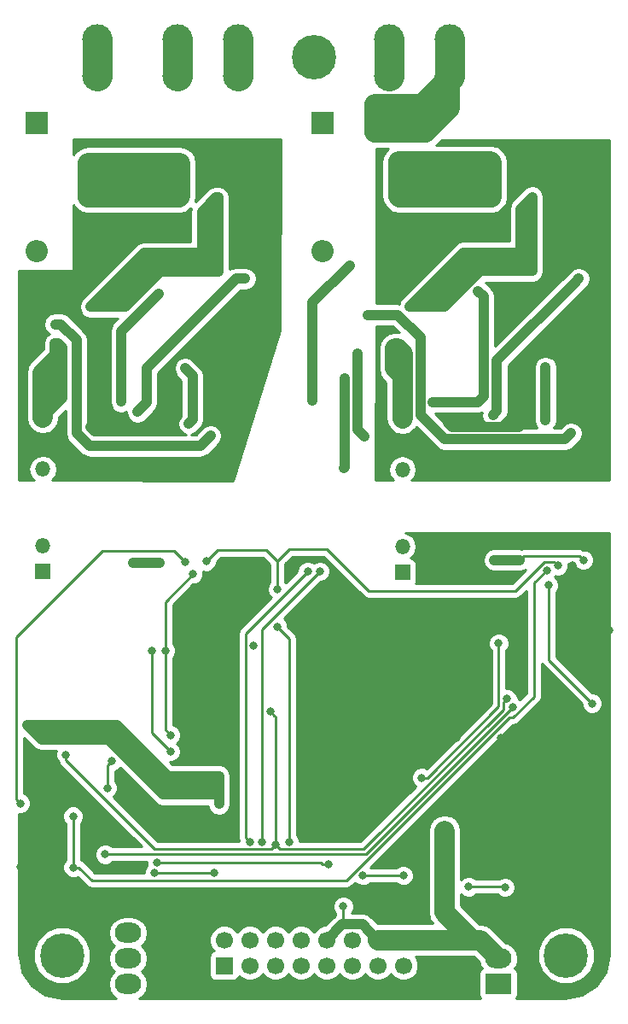
<source format=gbl>
G04 #@! TF.GenerationSoftware,KiCad,Pcbnew,no-vcs-found-9413793~61~ubuntu17.10.1*
G04 #@! TF.CreationDate,2017-12-18T18:39:30-05:00*
G04 #@! TF.ProjectId,ENNOID Dual Gate Driver,454E4E4F4944204475616C2047617465,rev?*
G04 #@! TF.SameCoordinates,Original*
G04 #@! TF.FileFunction,Copper,L2,Bot,Signal*
G04 #@! TF.FilePolarity,Positive*
%FSLAX46Y46*%
G04 Gerber Fmt 4.6, Leading zero omitted, Abs format (unit mm)*
G04 Created by KiCad (PCBNEW no-vcs-found-9413793~61~ubuntu17.10.1) date Mon Dec 18 18:39:30 2017*
%MOMM*%
%LPD*%
G01*
G04 APERTURE LIST*
%ADD10C,0.700000*%
%ADD11C,4.400000*%
%ADD12O,2.200000X2.200000*%
%ADD13R,2.200000X2.200000*%
%ADD14O,2.600000X2.000000*%
%ADD15R,2.600000X2.000000*%
%ADD16C,3.000000*%
%ADD17C,1.700000*%
%ADD18R,1.700000X1.700000*%
%ADD19O,1.500000X1.500000*%
%ADD20R,1.500000X1.500000*%
%ADD21C,0.800000*%
%ADD22C,0.250000*%
%ADD23C,1.000000*%
%ADD24C,2.000000*%
%ADD25C,3.000000*%
%ADD26C,0.254000*%
G04 APERTURE END LIST*
D10*
X31166726Y-2833274D03*
X30000000Y-2350000D03*
X28833274Y-2833274D03*
X28350000Y-4000000D03*
X28833274Y-5166726D03*
X30000000Y-5650000D03*
X31166726Y-5166726D03*
X31650000Y-4000000D03*
D11*
X30000000Y-4000000D03*
D10*
X6166726Y-91833274D03*
X5000000Y-91350000D03*
X3833274Y-91833274D03*
X3350000Y-93000000D03*
X3833274Y-94166726D03*
X5000000Y-94650000D03*
X6166726Y-94166726D03*
X6650000Y-93000000D03*
D11*
X5000000Y-93000000D03*
X55000000Y-93000000D03*
D10*
X56650000Y-93000000D03*
X56166726Y-94166726D03*
X55000000Y-94650000D03*
X53833274Y-94166726D03*
X53350000Y-93000000D03*
X53833274Y-91833274D03*
X55000000Y-91350000D03*
X56166726Y-91833274D03*
D12*
X2463800Y-23228300D03*
D13*
X2463800Y-10528300D03*
X30848360Y-10513060D03*
D12*
X30848360Y-23213060D03*
D14*
X11544300Y-95872300D03*
X11544300Y-93332300D03*
X11544300Y-90792300D03*
D15*
X11544300Y-88252300D03*
D14*
X48298100Y-93306900D03*
D15*
X48298100Y-95846900D03*
D16*
X22500000Y-5830000D03*
X22500000Y-2170000D03*
X8500000Y-5830000D03*
X8500000Y-2170000D03*
X16500000Y-5830000D03*
X16500000Y-2170000D03*
X43500000Y-5830000D03*
X43500000Y-2170000D03*
X37500000Y-2170000D03*
X37500000Y-5830000D03*
D17*
X38887400Y-91478100D03*
X38887400Y-94018100D03*
X36347400Y-91478100D03*
X36347400Y-94018100D03*
X33807400Y-91478100D03*
X33807400Y-94018100D03*
X31267400Y-91478100D03*
X31267400Y-94018100D03*
X28727400Y-91478100D03*
X28727400Y-94018100D03*
X26187400Y-91478100D03*
X26187400Y-94018100D03*
X23647400Y-91478100D03*
X23647400Y-94018100D03*
X21107400Y-91478100D03*
D18*
X21107400Y-94018100D03*
D19*
X3098800Y-39725600D03*
X3098800Y-42265600D03*
X3098800Y-44805600D03*
X3098800Y-52425600D03*
D20*
X3098800Y-54965600D03*
X38785800Y-55003700D03*
D19*
X38785800Y-52463700D03*
X38785800Y-44843700D03*
X38785800Y-42303700D03*
X38785800Y-39763700D03*
D21*
X32918400Y-88138000D03*
X48564800Y-71424800D03*
X44145200Y-71424800D03*
X7823200Y-40589202D03*
X41757600Y-38150800D03*
X16713200Y-14427200D03*
X14884400Y-14427200D03*
X15798800Y-14427200D03*
X12141200Y-14427200D03*
X13970000Y-14427200D03*
X13055600Y-14427200D03*
X10312400Y-14427200D03*
X11226800Y-14427200D03*
X9398000Y-14427200D03*
X8483600Y-14427200D03*
X7569200Y-14427200D03*
X42976800Y-80670400D03*
X33121600Y-78486000D03*
X32258000Y-78943200D03*
X36588700Y-77889100D03*
X32258002Y-77927200D03*
X34594800Y-77914500D03*
X47548800Y-14325600D03*
X46634400Y-14325600D03*
X45720000Y-14325600D03*
X44805600Y-14325600D03*
X43891200Y-14325600D03*
X42976800Y-14325600D03*
X42062400Y-14325600D03*
X41148000Y-14325600D03*
X40182800Y-14325600D03*
X39268400Y-14325600D03*
X38354000Y-14325600D03*
X36017200Y-11430000D03*
X36017200Y-10515600D03*
X36017200Y-9550400D03*
X36017200Y-8636000D03*
X42976800Y-81635600D03*
X42976800Y-82600800D03*
X42976800Y-84531200D03*
X42976800Y-83566000D03*
X33020000Y-35814000D03*
X19405600Y-13817600D03*
X19405600Y-12954000D03*
X18643600Y-14274800D03*
X18643600Y-13411200D03*
X18643600Y-12547600D03*
X16459200Y-39522400D03*
X20523200Y-19608800D03*
X20523200Y-17881600D03*
X50800000Y-13868400D03*
X50800000Y-12954000D03*
X49987200Y-14224000D03*
X49987200Y-13360400D03*
X49987200Y-12496800D03*
X51663600Y-19558000D03*
X51663596Y-17830800D03*
X51663600Y-25146000D03*
X51663600Y-23317200D03*
X38049200Y-34798000D03*
X38049200Y-33832800D03*
X38811200Y-33375600D03*
X38811200Y-34340800D03*
X38049200Y-32867600D03*
X42976800Y-28651200D03*
X42113200Y-28651200D03*
X41249600Y-28651200D03*
X40386000Y-28651200D03*
X39522400Y-28651200D03*
X20523200Y-23368000D03*
X10414000Y-28702000D03*
X20523200Y-25247600D03*
X5029200Y-33629600D03*
X4267200Y-34086800D03*
X4267200Y-32359600D03*
X5029200Y-32766000D03*
X4267200Y-33223200D03*
X11277600Y-28702000D03*
X9550400Y-28702000D03*
X8686800Y-28702000D03*
X20523200Y-24282400D03*
X20523200Y-18745200D03*
X7823200Y-28702000D03*
X10871200Y-38100000D03*
X14579600Y-27432000D03*
X32969200Y-44653200D03*
X43332400Y-40233600D03*
X50139600Y-34747200D03*
X51358800Y-39624000D03*
X51663596Y-18694400D03*
X51663600Y-24231600D03*
X46278800Y-27127200D03*
X46278800Y-38150800D03*
X4318000Y-30429200D03*
X19761200Y-41503600D03*
X31445200Y-83972400D03*
X38862000Y-85090000D03*
X34848800Y-85090000D03*
X45364400Y-86207600D03*
X35306000Y-29514800D03*
X55524400Y-41249600D03*
X34340800Y-33324800D03*
X35001200Y-41554400D03*
X14427696Y-83818114D03*
X15748000Y-72796400D03*
X40690800Y-75387200D03*
X49177940Y-67588157D03*
X26162000Y-82042002D03*
X27533600Y-81737200D03*
X23622000Y-81737200D03*
X24841200Y-81737200D03*
X863600Y-77927200D03*
X17221200Y-54000400D03*
X47879000Y-53822600D03*
X56730900Y-53822600D03*
X50431700Y-53822600D03*
X12065000Y-54063900D03*
X14681200Y-54114700D03*
X23977600Y-62280800D03*
X21894800Y-62230000D03*
X30886402Y-61518800D03*
X29006800Y-61518800D03*
X21805900Y-54978302D03*
X55683113Y-54330326D03*
X13919200Y-62839600D03*
X48340601Y-62064900D03*
X5384800Y-73101200D03*
X25666700Y-68834000D03*
X26403300Y-56718200D03*
X26390600Y-60452000D03*
X54216301Y-54368701D03*
X19306718Y-53950298D03*
X29387800Y-54940200D03*
X30607000Y-54927500D03*
X15240000Y-62788802D03*
X15786100Y-71170800D03*
X17983200Y-55212411D03*
X53104620Y-54833790D03*
X6096000Y-84277200D03*
X6096000Y-79209900D03*
X53296711Y-56308610D03*
X57594500Y-68021200D03*
X29870402Y-37998400D03*
X33528000Y-24587200D03*
X49728540Y-68422940D03*
X9283700Y-82994500D03*
X9499600Y-76403202D03*
X9906000Y-73761600D03*
X12496800Y-39116000D03*
X23164800Y-25908000D03*
X13411200Y-34798000D03*
X17576800Y-40284400D03*
X17221200Y-34798000D03*
X52984402Y-34696400D03*
X52984400Y-39979600D03*
X56286400Y-25908000D03*
X47752000Y-39420800D03*
X48158400Y-34747200D03*
X14173200Y-84785200D03*
X20091400Y-84861400D03*
X48971200Y-86258400D03*
X4318000Y-70154800D03*
X2489200Y-70154800D03*
X1574800Y-70154800D03*
X3403600Y-70154800D03*
X20574000Y-75234800D03*
X20574000Y-76149200D03*
X20574000Y-77063600D03*
X20574000Y-77978000D03*
X59309000Y-60807600D03*
X9118600Y-88442800D03*
X31851600Y-55410100D03*
X57277000Y-60769500D03*
X55346600Y-60794900D03*
X2667000Y-89687400D03*
X4140200Y-84251800D03*
X863600Y-84264500D03*
X55867300Y-87388700D03*
D22*
X32918400Y-88138000D02*
X32918400Y-89814298D01*
X32918400Y-89814298D02*
X32924801Y-89820699D01*
D23*
X14935200Y-41046400D02*
X8280398Y-41046400D01*
X16459200Y-39522400D02*
X14935200Y-41046400D01*
X8280398Y-41046400D02*
X7823200Y-40589202D01*
X46278800Y-38150800D02*
X41757600Y-38150800D01*
X6470791Y-32016306D02*
X4883685Y-30429200D01*
X4883685Y-30429200D02*
X4318000Y-30429200D01*
X6470791Y-41238661D02*
X6470791Y-32016306D01*
X18764391Y-42500409D02*
X7732539Y-42500409D01*
X19761200Y-41503600D02*
X18764391Y-42500409D01*
X7732539Y-42500409D02*
X6470791Y-41238661D01*
D24*
X16611600Y-17830800D02*
X16713200Y-17729200D01*
X14935200Y-17830800D02*
X16611600Y-17830800D01*
X16713200Y-17729200D02*
X16713200Y-14427200D01*
X10769600Y-17830800D02*
X12090400Y-17830800D01*
X9448800Y-17830800D02*
X10769600Y-17830800D01*
X11226800Y-14427200D02*
X11226800Y-17373600D01*
X11226800Y-17373600D02*
X10769600Y-17830800D01*
X13868400Y-17830800D02*
X14935200Y-17830800D01*
X12090400Y-17830800D02*
X13868400Y-17830800D01*
X13970000Y-14427200D02*
X13970000Y-17729200D01*
X13970000Y-17729200D02*
X13868400Y-17830800D01*
X14884400Y-17780000D02*
X14935200Y-17830800D01*
X14884400Y-14427200D02*
X14884400Y-17780000D01*
X12141200Y-17780000D02*
X12090400Y-17830800D01*
X12141200Y-14427200D02*
X12141200Y-17780000D01*
X7569200Y-17830800D02*
X9448800Y-17830800D01*
X9398000Y-14427200D02*
X9398000Y-17780000D01*
X9398000Y-17780000D02*
X9448800Y-17830800D01*
X16713200Y-14427200D02*
X7569200Y-14427200D01*
X7569200Y-14427200D02*
X7569200Y-17830800D01*
X42976800Y-81635600D02*
X42976800Y-80670400D01*
D23*
X46837600Y-37592000D02*
X46837600Y-27686000D01*
X46837600Y-27686000D02*
X46278800Y-27127200D01*
X46278800Y-38150800D02*
X46837600Y-37592000D01*
X35871685Y-29514800D02*
X35306000Y-29514800D01*
X38303200Y-29514800D02*
X35871685Y-29514800D01*
X40557591Y-39409862D02*
X40557591Y-31769191D01*
X40557591Y-31769191D02*
X38303200Y-29514800D01*
X55524400Y-41249600D02*
X54933989Y-41840011D01*
X54933989Y-41840011D02*
X42987740Y-41840011D01*
X42987740Y-41840011D02*
X40557591Y-39409862D01*
D24*
X47599600Y-17830800D02*
X38455600Y-17830800D01*
X47599600Y-16814800D02*
X47599600Y-17830800D01*
X38455600Y-17830800D02*
X38354000Y-17729200D01*
X38354000Y-17729200D02*
X38354000Y-14325600D01*
X38354000Y-16205200D02*
X38963600Y-16814800D01*
X38354000Y-14325600D02*
X38354000Y-16205200D01*
X38963600Y-16814800D02*
X40081200Y-16814800D01*
X38354000Y-14325600D02*
X38354000Y-16103600D01*
X38354000Y-16103600D02*
X38404800Y-16154400D01*
X39268400Y-14325600D02*
X39268400Y-16002000D01*
X39268400Y-16002000D02*
X40081200Y-16814800D01*
X40081200Y-16814800D02*
X41148000Y-16814800D01*
X40182800Y-14325600D02*
X40182800Y-16713200D01*
X40182800Y-16713200D02*
X40081200Y-16814800D01*
X42519600Y-16814800D02*
X43789600Y-16814800D01*
X41148000Y-16814800D02*
X42519600Y-16814800D01*
X42976800Y-16357600D02*
X42519600Y-16814800D01*
X42976800Y-14325600D02*
X42976800Y-16357600D01*
X41148000Y-14325600D02*
X41148000Y-16814800D01*
X43789600Y-16814800D02*
X45720000Y-16814800D01*
X43891200Y-16713200D02*
X43789600Y-16814800D01*
X43891200Y-14325600D02*
X43891200Y-16713200D01*
X45720000Y-16814800D02*
X47599600Y-16814800D01*
X45720000Y-14325600D02*
X45720000Y-16814800D01*
X47599600Y-16814800D02*
X47599600Y-14376400D01*
X47599600Y-14376400D02*
X47548800Y-14325600D01*
X38354000Y-14325600D02*
X43891200Y-14325600D01*
X44805600Y-14325600D02*
X43891200Y-14325600D01*
X45720000Y-14325600D02*
X44805600Y-14325600D01*
X46634400Y-14325600D02*
X45720000Y-14325600D01*
X47548800Y-14325600D02*
X46634400Y-14325600D01*
X43500000Y-7823200D02*
X43500000Y-5830000D01*
X41772800Y-9550400D02*
X43500000Y-7823200D01*
X43500000Y-9006800D02*
X43500000Y-7823200D01*
X36017200Y-9550400D02*
X41772800Y-9550400D01*
X36017200Y-11430000D02*
X36017200Y-8636000D01*
X41097200Y-11430000D02*
X43510200Y-9017000D01*
X36017200Y-11430000D02*
X41097200Y-11430000D01*
X43510200Y-9017000D02*
X43500000Y-9006800D01*
X36017200Y-8636000D02*
X40694000Y-8636000D01*
X40694000Y-8636000D02*
X43500000Y-5830000D01*
D22*
X32924801Y-89820699D02*
X32817401Y-89928099D01*
X42316400Y-85191600D02*
X42976800Y-84531200D01*
D24*
X42976800Y-84531200D02*
X42976800Y-88760300D01*
X42976800Y-88760300D02*
X45694600Y-91478100D01*
X42976800Y-81635600D02*
X42976800Y-84531200D01*
X45770800Y-91401900D02*
X45694600Y-91478100D01*
D25*
X22500000Y-2170000D02*
X22500000Y-5830000D01*
X37500000Y-2170000D02*
X37500000Y-5830000D01*
D23*
X20523200Y-23368000D02*
X20523200Y-25247600D01*
X20523200Y-19608800D02*
X20523200Y-17881600D01*
X20269200Y-17881600D02*
X18897600Y-19253200D01*
X20523200Y-17881600D02*
X20269200Y-17881600D01*
X18897600Y-19253200D02*
X18897600Y-24282400D01*
X18897600Y-24282400D02*
X14833600Y-24282400D01*
X20523200Y-24282400D02*
X18897600Y-24282400D01*
X19710400Y-23368000D02*
X14884400Y-23368000D01*
X20523200Y-23368000D02*
X19710400Y-23368000D01*
X20523200Y-18745200D02*
X19710400Y-19558000D01*
X19710400Y-19558000D02*
X19710400Y-23368000D01*
X20523200Y-19608800D02*
X20523200Y-23368000D01*
X19761200Y-23520400D02*
X20523200Y-24282400D01*
X51663600Y-25146000D02*
X51663600Y-23317200D01*
X51663600Y-19558000D02*
X51663600Y-17830804D01*
X51663600Y-17830804D02*
X51663596Y-17830800D01*
X50495200Y-18999196D02*
X50495200Y-23977600D01*
X50495200Y-23977600D02*
X51663600Y-25146000D01*
X51663596Y-17830800D02*
X50495200Y-18999196D01*
X50850800Y-19507196D02*
X50850800Y-23418800D01*
X50850800Y-23418800D02*
X51663600Y-24231600D01*
X51663596Y-18694400D02*
X50850800Y-19507196D01*
X51663600Y-19558000D02*
X51663600Y-23317200D01*
X39522400Y-28651200D02*
X42976800Y-28651200D01*
X51663600Y-23317200D02*
X44856400Y-23317200D01*
X44856400Y-23317200D02*
X39522400Y-28651200D01*
X51663600Y-23317200D02*
X45720000Y-23317200D01*
X45720000Y-23317200D02*
X40386000Y-28651200D01*
X46482000Y-25146000D02*
X51097915Y-25146000D01*
X51097915Y-25146000D02*
X51663600Y-25146000D01*
X42976800Y-28651200D02*
X46482000Y-25146000D01*
X51663600Y-23317200D02*
X46583600Y-23317200D01*
X46583600Y-23317200D02*
X41249600Y-28651200D01*
X51663600Y-24231600D02*
X46532800Y-24231600D01*
X46532800Y-24231600D02*
X42113200Y-28651200D01*
D24*
X38811200Y-34340800D02*
X38811200Y-39738300D01*
X38811200Y-39738300D02*
X38785800Y-39763700D01*
X38049200Y-32867600D02*
X38303200Y-32867600D01*
X38303200Y-32867600D02*
X38811200Y-33375600D01*
X38811200Y-34340800D02*
X38811200Y-33375600D01*
X38049200Y-34798000D02*
X38354000Y-34798000D01*
X38354000Y-34798000D02*
X38811200Y-34340800D01*
X38049200Y-33832800D02*
X38049200Y-34798000D01*
X38049200Y-32867600D02*
X38049200Y-33832800D01*
X38785800Y-39763700D02*
X38785800Y-35534600D01*
X38785800Y-35534600D02*
X38049200Y-34798000D01*
D23*
X7823200Y-28702000D02*
X9550400Y-28702000D01*
X20523200Y-24282400D02*
X13106400Y-24282400D01*
X13106400Y-24282400D02*
X8686800Y-28702000D01*
X20523200Y-23368000D02*
X13157200Y-23368000D01*
X13157200Y-23368000D02*
X7823200Y-28702000D01*
X9550400Y-28702000D02*
X11277600Y-28702000D01*
X14884400Y-23368000D02*
X9550400Y-28702000D01*
X14833600Y-24282400D02*
X10414000Y-28702000D01*
X20523200Y-25247600D02*
X14732000Y-25247600D01*
X14732000Y-25247600D02*
X11277600Y-28702000D01*
D24*
X3098800Y-39674800D02*
X3098800Y-35255200D01*
X3098800Y-35255200D02*
X4267200Y-34086800D01*
D23*
X5029200Y-33629600D02*
X5029200Y-37744400D01*
X5029200Y-37744400D02*
X3098800Y-39674800D01*
X4267200Y-34086800D02*
X4267200Y-38506400D01*
X4267200Y-38506400D02*
X3098800Y-39674800D01*
X5029200Y-33629600D02*
X4724400Y-33629600D01*
X4724400Y-33629600D02*
X4267200Y-34086800D01*
X4267200Y-33223200D02*
X4267200Y-34086800D01*
X4267200Y-32359600D02*
X4267200Y-33223200D01*
X5029200Y-32766000D02*
X5029200Y-33629600D01*
X4267200Y-32359600D02*
X4622800Y-32359600D01*
X4622800Y-32359600D02*
X5029200Y-32766000D01*
X10871200Y-37534315D02*
X10871200Y-38100000D01*
X10871200Y-31140400D02*
X10871200Y-37534315D01*
X14579600Y-27432000D02*
X10871200Y-31140400D01*
X33020000Y-44602400D02*
X32969200Y-44653200D01*
X33020000Y-35814000D02*
X33020000Y-44602400D01*
X51358800Y-39624000D02*
X50349201Y-40633599D01*
X50349201Y-40633599D02*
X43732399Y-40633599D01*
X43732399Y-40633599D02*
X43332400Y-40233600D01*
X51358800Y-35966400D02*
X50139600Y-34747200D01*
X51358800Y-39624000D02*
X51358800Y-35966400D01*
D22*
X31445200Y-83972400D02*
X30879515Y-83972400D01*
X30879515Y-83972400D02*
X30714415Y-83807300D01*
X30714415Y-83807300D02*
X14438510Y-83807300D01*
X14438510Y-83807300D02*
X14427696Y-83818114D01*
X34848800Y-85090000D02*
X38862000Y-85090000D01*
X45364400Y-86207600D02*
X48920400Y-86207600D01*
D25*
X16500000Y-2170000D02*
X16500000Y-5830000D01*
X43500000Y-2170000D02*
X43500000Y-5830000D01*
D23*
X35001200Y-41554400D02*
X34340800Y-40894000D01*
X34340800Y-40894000D02*
X34340800Y-33324800D01*
D22*
X13919200Y-62839600D02*
X13919200Y-70967600D01*
X15348001Y-72396401D02*
X15748000Y-72796400D01*
X13919200Y-70967600D02*
X15348001Y-72396401D01*
X48340601Y-68346999D02*
X41300400Y-75387200D01*
X41300400Y-75387200D02*
X41046400Y-75387200D01*
X48340601Y-62064900D02*
X48340601Y-68346999D01*
X41046400Y-75387200D02*
X40690800Y-75387200D01*
D25*
X8500000Y-2170000D02*
X8500000Y-5830000D01*
D22*
X26612797Y-82492799D02*
X34925588Y-82492799D01*
X34925588Y-82492799D02*
X48797330Y-68621057D01*
X26162000Y-82042002D02*
X26612797Y-82492799D01*
X48797330Y-68621057D02*
X48797330Y-67968767D01*
X48797330Y-67968767D02*
X49177940Y-67588157D01*
X26162000Y-69329300D02*
X26066699Y-69233999D01*
X26162000Y-82042002D02*
X26162000Y-69329300D01*
X26066699Y-69233999D02*
X25666700Y-68834000D01*
X5384800Y-73666885D02*
X14210714Y-82492799D01*
X25711203Y-82492799D02*
X25762001Y-82442001D01*
X25762001Y-82442001D02*
X26162000Y-82042002D01*
X14210714Y-82492799D02*
X25711203Y-82492799D01*
X5384800Y-73101200D02*
X5384800Y-73666885D01*
X35458400Y-56896000D02*
X31292800Y-52730400D01*
X31292800Y-52730400D02*
X27571700Y-52730400D01*
X49987200Y-56896000D02*
X35458400Y-56896000D01*
X51442606Y-55440594D02*
X49987200Y-56896000D01*
X51442606Y-55422800D02*
X51442606Y-55440594D01*
X26390600Y-60452000D02*
X27533600Y-61595000D01*
X27533600Y-81171515D02*
X27533600Y-81737200D01*
X27533600Y-61595000D02*
X27533600Y-81171515D01*
X23222001Y-81337201D02*
X23622000Y-81737200D01*
X23222001Y-61105999D02*
X23222001Y-81337201D01*
X29387800Y-54940200D02*
X23222001Y-61105999D01*
X24841200Y-60693300D02*
X24841200Y-81171515D01*
X24841200Y-81171515D02*
X24841200Y-81737200D01*
X30607000Y-54927500D02*
X24841200Y-60693300D01*
X463601Y-77527201D02*
X463601Y-61461599D01*
X863600Y-77927200D02*
X463601Y-77527201D01*
X463601Y-61461599D02*
X9042400Y-52882800D01*
X9042400Y-52882800D02*
X16103600Y-52882800D01*
X16103600Y-52882800D02*
X16821201Y-53600401D01*
X16821201Y-53600401D02*
X17221200Y-54000400D01*
D24*
X45720000Y-91503500D02*
X46494700Y-91503500D01*
X46494700Y-91503500D02*
X48298100Y-93306900D01*
X38887400Y-91478100D02*
X45694600Y-91478100D01*
X45694600Y-91478100D02*
X45720000Y-91503500D01*
D23*
X50431700Y-53822600D02*
X47879000Y-53822600D01*
D22*
X50831699Y-53422601D02*
X56330901Y-53422601D01*
X50431700Y-53822600D02*
X50831699Y-53422601D01*
X56330901Y-53422601D02*
X56730900Y-53822600D01*
D24*
X36347400Y-91478100D02*
X38887400Y-91478100D01*
D23*
X31267400Y-91478100D02*
X32817401Y-89928099D01*
X34797399Y-89928099D02*
X35497401Y-90628101D01*
X32817401Y-89928099D02*
X34797399Y-89928099D01*
X35497401Y-90628101D02*
X36347400Y-91478100D01*
X14681200Y-54114700D02*
X12115800Y-54114700D01*
X12115800Y-54114700D02*
X12065000Y-54063900D01*
D22*
X52896704Y-53968702D02*
X53816302Y-53968702D01*
X26390600Y-53911500D02*
X27571700Y-52730400D01*
X51442606Y-55422800D02*
X52896704Y-53968702D01*
X53816302Y-53968702D02*
X54216301Y-54368701D01*
X25260300Y-52781200D02*
X20475816Y-52781200D01*
X26390600Y-53911500D02*
X25260300Y-52781200D01*
X20475816Y-52781200D02*
X19306718Y-53950298D01*
X26403300Y-56718200D02*
X26403300Y-53924200D01*
X26403300Y-53924200D02*
X26390600Y-53911500D01*
X15786100Y-71170800D02*
X15240000Y-70624700D01*
X15240000Y-70624700D02*
X15240000Y-63354487D01*
X15240000Y-63354487D02*
X15240000Y-62788802D01*
X17983200Y-55212411D02*
X15240000Y-57955611D01*
X15240000Y-62223117D02*
X15240000Y-62788802D01*
X15240000Y-57955611D02*
X15240000Y-62223117D01*
X49746791Y-69430009D02*
X51829801Y-67346999D01*
X6096000Y-84277200D02*
X6661685Y-84277200D01*
X33234799Y-85586401D02*
X49391191Y-69430009D01*
X49391191Y-69430009D02*
X49746791Y-69430009D01*
X7970886Y-85586401D02*
X33234799Y-85586401D01*
X6661685Y-84277200D02*
X7970886Y-85586401D01*
X51829801Y-67346999D02*
X51829801Y-66202589D01*
X51829801Y-66202589D02*
X51866800Y-66165590D01*
X51866800Y-66165590D02*
X51866800Y-56071610D01*
X51866800Y-56071610D02*
X53104620Y-54833790D01*
X6096000Y-79209900D02*
X6096000Y-84277200D01*
X53296711Y-56874295D02*
X53296711Y-56308610D01*
X57594500Y-68021200D02*
X53296711Y-63723411D01*
X53296711Y-63723411D02*
X53296711Y-56874295D01*
D23*
X29870402Y-28244798D02*
X29870402Y-37432715D01*
X29870402Y-37432715D02*
X29870402Y-37998400D01*
X33528000Y-24587200D02*
X29870402Y-28244798D01*
D22*
X9283700Y-82994500D02*
X35156980Y-82994500D01*
X49328541Y-68822939D02*
X49728540Y-68422940D01*
X35156980Y-82994500D02*
X49328541Y-68822939D01*
X9499600Y-74168000D02*
X9499600Y-75837517D01*
X9499600Y-75837517D02*
X9499600Y-76403202D01*
X9906000Y-73761600D02*
X9499600Y-74168000D01*
D23*
X22301200Y-25908000D02*
X23164800Y-25908000D01*
X13411200Y-34798000D02*
X22301200Y-25908000D01*
X13411200Y-34798000D02*
X13411200Y-38201600D01*
X12896799Y-38716001D02*
X12496800Y-39116000D01*
X13411200Y-38201600D02*
X12896799Y-38716001D01*
X17976799Y-39884401D02*
X17576800Y-40284400D01*
X17221200Y-34798000D02*
X17976799Y-35553599D01*
X17976799Y-35553599D02*
X17976799Y-39884401D01*
X52984400Y-34696402D02*
X52984402Y-34696400D01*
X52984400Y-39979600D02*
X52984400Y-34696402D01*
X48158400Y-34036000D02*
X55886401Y-26307999D01*
X48158400Y-34747200D02*
X48158400Y-34036000D01*
X55886401Y-26307999D02*
X56286400Y-25908000D01*
X48158400Y-39014400D02*
X47752000Y-39420800D01*
X48158400Y-34747200D02*
X48158400Y-39014400D01*
D22*
X20091400Y-84861400D02*
X14249400Y-84861400D01*
X14249400Y-84861400D02*
X14173200Y-84785200D01*
X48920400Y-86207600D02*
X48971200Y-86258400D01*
D23*
X20574000Y-77063600D02*
X15036800Y-77063600D01*
X15036800Y-77063600D02*
X9956800Y-71983600D01*
X9956800Y-71983600D02*
X9398000Y-71424800D01*
X2997200Y-71577200D02*
X9550400Y-71577200D01*
X9550400Y-71577200D02*
X9956800Y-71983600D01*
X1574800Y-70154800D02*
X2997200Y-71577200D01*
X8839200Y-71424800D02*
X4673600Y-71424800D01*
X9398000Y-71424800D02*
X8839200Y-71424800D01*
X2489200Y-70154800D02*
X3759200Y-71424800D01*
X3759200Y-71424800D02*
X8839200Y-71424800D01*
X4673600Y-71424800D02*
X3403600Y-70154800D01*
X4318000Y-70720485D02*
X4565115Y-70967600D01*
X15240000Y-76149200D02*
X20574000Y-76149200D01*
X4318000Y-70154800D02*
X4318000Y-70720485D01*
X4565115Y-70967600D02*
X10058400Y-70967600D01*
X10058400Y-70967600D02*
X15240000Y-76149200D01*
X2489200Y-70154800D02*
X4318000Y-70154800D01*
X2489200Y-70154800D02*
X1574800Y-70154800D01*
X15494000Y-75234800D02*
X10414000Y-70154800D01*
X10414000Y-70154800D02*
X4318000Y-70154800D01*
X20574000Y-75234800D02*
X15494000Y-75234800D01*
X20574000Y-77978000D02*
X20574000Y-75234800D01*
D26*
G36*
X59265000Y-92927610D02*
X58927043Y-94626634D01*
X58005629Y-96005629D01*
X56626634Y-96927043D01*
X54927610Y-97265000D01*
X50082442Y-97265000D01*
X50196257Y-97094665D01*
X50245540Y-96846900D01*
X50245540Y-94846900D01*
X50196257Y-94599135D01*
X50055909Y-94389091D01*
X49907698Y-94290059D01*
X50146552Y-93932587D01*
X50220377Y-93561442D01*
X52164509Y-93561442D01*
X52595202Y-94603801D01*
X53392005Y-95401995D01*
X54433610Y-95834507D01*
X55561442Y-95835491D01*
X56603801Y-95404798D01*
X57401995Y-94607995D01*
X57834507Y-93566390D01*
X57835491Y-92438558D01*
X57404798Y-91396199D01*
X56607995Y-90598005D01*
X55566390Y-90165493D01*
X54438558Y-90164509D01*
X53396199Y-90595202D01*
X52598005Y-91392005D01*
X52165493Y-92433610D01*
X52164509Y-93561442D01*
X50220377Y-93561442D01*
X50271009Y-93306900D01*
X50146552Y-92681213D01*
X49792129Y-92150780D01*
X49261696Y-91796357D01*
X49059596Y-91756157D01*
X47650820Y-90347380D01*
X47120388Y-89992957D01*
X46494700Y-89868499D01*
X46494695Y-89868500D01*
X46397239Y-89868500D01*
X44611800Y-88083060D01*
X44611800Y-86918676D01*
X44777354Y-87084519D01*
X45157623Y-87242420D01*
X45569371Y-87242779D01*
X45949915Y-87085542D01*
X46068063Y-86967600D01*
X48216727Y-86967600D01*
X48384154Y-87135319D01*
X48764423Y-87293220D01*
X49176171Y-87293579D01*
X49556715Y-87136342D01*
X49848119Y-86845446D01*
X50006020Y-86465177D01*
X50006379Y-86053429D01*
X49849142Y-85672885D01*
X49558246Y-85381481D01*
X49177977Y-85223580D01*
X48766229Y-85223221D01*
X48385685Y-85380458D01*
X48318426Y-85447600D01*
X46068161Y-85447600D01*
X45951446Y-85330681D01*
X45571177Y-85172780D01*
X45159429Y-85172421D01*
X44778885Y-85329658D01*
X44611800Y-85496452D01*
X44611800Y-80670400D01*
X44487343Y-80044713D01*
X44132920Y-79514280D01*
X43602487Y-79159857D01*
X42976800Y-79035400D01*
X42351113Y-79159857D01*
X41820680Y-79514280D01*
X41466257Y-80044713D01*
X41341800Y-80670400D01*
X41341800Y-88760295D01*
X41341799Y-88760300D01*
X41466257Y-89385988D01*
X41771689Y-89843100D01*
X36347400Y-89843100D01*
X36322487Y-89848055D01*
X35599965Y-89125533D01*
X35493354Y-89054298D01*
X35231745Y-88879496D01*
X34797399Y-88793099D01*
X33727147Y-88793099D01*
X33795319Y-88725046D01*
X33953220Y-88344777D01*
X33953579Y-87933029D01*
X33796342Y-87552485D01*
X33505446Y-87261081D01*
X33125177Y-87103180D01*
X32713429Y-87102821D01*
X32332885Y-87260058D01*
X32041481Y-87550954D01*
X31883580Y-87931223D01*
X31883221Y-88342971D01*
X32040458Y-88723515D01*
X32158400Y-88841663D01*
X32158400Y-89029605D01*
X32014834Y-89125533D01*
X31147373Y-89992995D01*
X30973311Y-89992843D01*
X30427314Y-90218444D01*
X30009212Y-90635817D01*
X29997652Y-90663657D01*
X29987056Y-90638014D01*
X29569683Y-90219912D01*
X29024081Y-89993358D01*
X28433311Y-89992843D01*
X27887314Y-90218444D01*
X27469212Y-90635817D01*
X27457652Y-90663657D01*
X27447056Y-90638014D01*
X27029683Y-90219912D01*
X26484081Y-89993358D01*
X25893311Y-89992843D01*
X25347314Y-90218444D01*
X24929212Y-90635817D01*
X24917652Y-90663657D01*
X24907056Y-90638014D01*
X24489683Y-90219912D01*
X23944081Y-89993358D01*
X23353311Y-89992843D01*
X22807314Y-90218444D01*
X22389212Y-90635817D01*
X22377652Y-90663657D01*
X22367056Y-90638014D01*
X21949683Y-90219912D01*
X21404081Y-89993358D01*
X20813311Y-89992843D01*
X20267314Y-90218444D01*
X19849212Y-90635817D01*
X19622658Y-91181419D01*
X19622143Y-91772189D01*
X19847744Y-92318186D01*
X20084247Y-92555102D01*
X20009635Y-92569943D01*
X19799591Y-92710291D01*
X19659243Y-92920335D01*
X19609960Y-93168100D01*
X19609960Y-94868100D01*
X19659243Y-95115865D01*
X19799591Y-95325909D01*
X20009635Y-95466257D01*
X20257400Y-95515540D01*
X21957400Y-95515540D01*
X22205165Y-95466257D01*
X22415209Y-95325909D01*
X22555557Y-95115865D01*
X22570414Y-95041175D01*
X22805117Y-95276288D01*
X23350719Y-95502842D01*
X23941489Y-95503357D01*
X24487486Y-95277756D01*
X24905588Y-94860383D01*
X24917148Y-94832543D01*
X24927744Y-94858186D01*
X25345117Y-95276288D01*
X25890719Y-95502842D01*
X26481489Y-95503357D01*
X27027486Y-95277756D01*
X27445588Y-94860383D01*
X27457148Y-94832543D01*
X27467744Y-94858186D01*
X27885117Y-95276288D01*
X28430719Y-95502842D01*
X29021489Y-95503357D01*
X29567486Y-95277756D01*
X29985588Y-94860383D01*
X29997148Y-94832543D01*
X30007744Y-94858186D01*
X30425117Y-95276288D01*
X30970719Y-95502842D01*
X31561489Y-95503357D01*
X32107486Y-95277756D01*
X32525588Y-94860383D01*
X32537148Y-94832543D01*
X32547744Y-94858186D01*
X32965117Y-95276288D01*
X33510719Y-95502842D01*
X34101489Y-95503357D01*
X34647486Y-95277756D01*
X35065588Y-94860383D01*
X35077148Y-94832543D01*
X35087744Y-94858186D01*
X35505117Y-95276288D01*
X36050719Y-95502842D01*
X36641489Y-95503357D01*
X37187486Y-95277756D01*
X37605588Y-94860383D01*
X37617148Y-94832543D01*
X37627744Y-94858186D01*
X38045117Y-95276288D01*
X38590719Y-95502842D01*
X39181489Y-95503357D01*
X39727486Y-95277756D01*
X40145588Y-94860383D01*
X40372142Y-94314781D01*
X40372657Y-93724011D01*
X40147056Y-93178014D01*
X40082255Y-93113100D01*
X45592301Y-93113100D01*
X45720000Y-93138501D01*
X45720005Y-93138500D01*
X45817460Y-93138500D01*
X46409448Y-93730487D01*
X46449648Y-93932587D01*
X46688502Y-94290059D01*
X46540291Y-94389091D01*
X46399943Y-94599135D01*
X46350660Y-94846900D01*
X46350660Y-96846900D01*
X46399943Y-97094665D01*
X46513758Y-97265000D01*
X12684261Y-97265000D01*
X13038329Y-97028420D01*
X13392752Y-96497987D01*
X13517209Y-95872300D01*
X13392752Y-95246613D01*
X13038329Y-94716180D01*
X12867895Y-94602300D01*
X13038329Y-94488420D01*
X13392752Y-93957987D01*
X13517209Y-93332300D01*
X13392752Y-92706613D01*
X13038329Y-92176180D01*
X12867895Y-92062300D01*
X13038329Y-91948420D01*
X13392752Y-91417987D01*
X13517209Y-90792300D01*
X13392752Y-90166613D01*
X13038329Y-89636180D01*
X12507896Y-89281757D01*
X11882209Y-89157300D01*
X11206391Y-89157300D01*
X10580704Y-89281757D01*
X10050271Y-89636180D01*
X9695848Y-90166613D01*
X9571391Y-90792300D01*
X9695848Y-91417987D01*
X10050271Y-91948420D01*
X10220705Y-92062300D01*
X10050271Y-92176180D01*
X9695848Y-92706613D01*
X9571391Y-93332300D01*
X9695848Y-93957987D01*
X10050271Y-94488420D01*
X10220705Y-94602300D01*
X10050271Y-94716180D01*
X9695848Y-95246613D01*
X9571391Y-95872300D01*
X9695848Y-96497987D01*
X10050271Y-97028420D01*
X10404339Y-97265000D01*
X5072390Y-97265000D01*
X3373366Y-96927043D01*
X1994371Y-96005629D01*
X1072957Y-94626634D01*
X861078Y-93561442D01*
X2164509Y-93561442D01*
X2595202Y-94603801D01*
X3392005Y-95401995D01*
X4433610Y-95834507D01*
X5561442Y-95835491D01*
X6603801Y-95404798D01*
X7401995Y-94607995D01*
X7834507Y-93566390D01*
X7835491Y-92438558D01*
X7404798Y-91396199D01*
X6607995Y-90598005D01*
X5566390Y-90165493D01*
X4438558Y-90164509D01*
X3396199Y-90595202D01*
X2598005Y-91392005D01*
X2165493Y-92433610D01*
X2164509Y-93561442D01*
X861078Y-93561442D01*
X735000Y-92927610D01*
X735000Y-78962088D01*
X1068571Y-78962379D01*
X1449115Y-78805142D01*
X1740519Y-78514246D01*
X1898420Y-78133977D01*
X1898779Y-77722229D01*
X1741542Y-77341685D01*
X1450646Y-77050281D01*
X1223601Y-76956004D01*
X1223601Y-71408733D01*
X2194634Y-72379766D01*
X2562854Y-72625803D01*
X2997200Y-72712200D01*
X4425645Y-72712200D01*
X4349980Y-72894423D01*
X4349621Y-73306171D01*
X4506858Y-73686715D01*
X4659076Y-73839198D01*
X4682652Y-73957724D01*
X4847399Y-74204286D01*
X12877613Y-82234500D01*
X9987461Y-82234500D01*
X9870746Y-82117581D01*
X9490477Y-81959680D01*
X9078729Y-81959321D01*
X8698185Y-82116558D01*
X8406781Y-82407454D01*
X8248880Y-82787723D01*
X8248521Y-83199471D01*
X8405758Y-83580015D01*
X8696654Y-83871419D01*
X9076923Y-84029320D01*
X9488671Y-84029679D01*
X9869215Y-83872442D01*
X9987363Y-83754500D01*
X13392751Y-83754500D01*
X13392517Y-84023085D01*
X13415627Y-84079016D01*
X13296281Y-84198154D01*
X13138380Y-84578423D01*
X13138164Y-84826401D01*
X8285688Y-84826401D01*
X7199086Y-83739799D01*
X6952524Y-83575052D01*
X6856000Y-83555852D01*
X6856000Y-79913661D01*
X6972919Y-79796946D01*
X7130820Y-79416677D01*
X7131179Y-79004929D01*
X6973942Y-78624385D01*
X6683046Y-78332981D01*
X6302777Y-78175080D01*
X5891029Y-78174721D01*
X5510485Y-78331958D01*
X5219081Y-78622854D01*
X5061180Y-79003123D01*
X5060821Y-79414871D01*
X5218058Y-79795415D01*
X5336000Y-79913563D01*
X5336000Y-83573439D01*
X5219081Y-83690154D01*
X5061180Y-84070423D01*
X5060821Y-84482171D01*
X5218058Y-84862715D01*
X5508954Y-85154119D01*
X5889223Y-85312020D01*
X6300971Y-85312379D01*
X6528181Y-85218498D01*
X7433485Y-86123802D01*
X7680047Y-86288549D01*
X7970886Y-86346401D01*
X33234799Y-86346401D01*
X33525638Y-86288549D01*
X33772200Y-86123802D01*
X34095564Y-85800438D01*
X34261754Y-85966919D01*
X34642023Y-86124820D01*
X35053771Y-86125179D01*
X35434315Y-85967942D01*
X35552463Y-85850000D01*
X38158239Y-85850000D01*
X38274954Y-85966919D01*
X38655223Y-86124820D01*
X39066971Y-86125179D01*
X39447515Y-85967942D01*
X39738919Y-85677046D01*
X39896820Y-85296777D01*
X39897179Y-84885029D01*
X39739942Y-84504485D01*
X39449046Y-84213081D01*
X39068777Y-84055180D01*
X38657029Y-84054821D01*
X38276485Y-84212058D01*
X38158337Y-84330000D01*
X35566002Y-84330000D01*
X49705993Y-70190009D01*
X49746791Y-70190009D01*
X50037630Y-70132157D01*
X50284192Y-69967410D01*
X52367202Y-67884400D01*
X52531949Y-67637838D01*
X52589801Y-67346999D01*
X52589801Y-66351595D01*
X52626800Y-66165590D01*
X52626800Y-64062496D01*
X52759310Y-64260812D01*
X56559465Y-68060968D01*
X56559321Y-68226171D01*
X56716558Y-68606715D01*
X57007454Y-68898119D01*
X57387723Y-69056020D01*
X57799471Y-69056379D01*
X58180015Y-68899142D01*
X58471419Y-68608246D01*
X58629320Y-68227977D01*
X58629679Y-67816229D01*
X58472442Y-67435685D01*
X58181546Y-67144281D01*
X57801277Y-66986380D01*
X57634337Y-66986234D01*
X54056711Y-63408609D01*
X54056711Y-57012371D01*
X54173630Y-56895656D01*
X54331531Y-56515387D01*
X54331890Y-56103639D01*
X54174653Y-55723095D01*
X53927135Y-55475145D01*
X53981539Y-55420836D01*
X53991787Y-55396156D01*
X54009524Y-55403521D01*
X54421272Y-55403880D01*
X54801816Y-55246643D01*
X55093220Y-54955747D01*
X55251121Y-54575478D01*
X55251464Y-54182601D01*
X55759778Y-54182601D01*
X55852958Y-54408115D01*
X56143854Y-54699519D01*
X56524123Y-54857420D01*
X56935871Y-54857779D01*
X57316415Y-54700542D01*
X57607819Y-54409646D01*
X57765720Y-54029377D01*
X57766079Y-53617629D01*
X57608842Y-53237085D01*
X57317946Y-52945681D01*
X56937677Y-52787780D01*
X56722221Y-52787592D01*
X56621740Y-52720453D01*
X56330901Y-52662601D01*
X50831699Y-52662601D01*
X50568861Y-52714883D01*
X50431700Y-52687600D01*
X47879000Y-52687600D01*
X47444654Y-52773997D01*
X47076434Y-53020034D01*
X46830397Y-53388254D01*
X46744000Y-53822600D01*
X46830397Y-54256946D01*
X47076434Y-54625166D01*
X47444654Y-54871203D01*
X47879000Y-54957600D01*
X50431700Y-54957600D01*
X50866046Y-54871203D01*
X51026841Y-54763763D01*
X50905205Y-54885399D01*
X50869374Y-54939024D01*
X49672398Y-56136000D01*
X40044063Y-56136000D01*
X40133957Y-56001465D01*
X40183240Y-55753700D01*
X40183240Y-54253700D01*
X40133957Y-54005935D01*
X39993609Y-53795891D01*
X39783565Y-53655543D01*
X39545206Y-53608131D01*
X39792277Y-53443043D01*
X40092507Y-52993717D01*
X40197934Y-52463700D01*
X40092507Y-51933683D01*
X39792277Y-51484357D01*
X39342951Y-51184127D01*
X39071842Y-51130200D01*
X59265000Y-51130200D01*
X59265000Y-92927610D01*
X59265000Y-92927610D01*
G37*
X59265000Y-92927610D02*
X58927043Y-94626634D01*
X58005629Y-96005629D01*
X56626634Y-96927043D01*
X54927610Y-97265000D01*
X50082442Y-97265000D01*
X50196257Y-97094665D01*
X50245540Y-96846900D01*
X50245540Y-94846900D01*
X50196257Y-94599135D01*
X50055909Y-94389091D01*
X49907698Y-94290059D01*
X50146552Y-93932587D01*
X50220377Y-93561442D01*
X52164509Y-93561442D01*
X52595202Y-94603801D01*
X53392005Y-95401995D01*
X54433610Y-95834507D01*
X55561442Y-95835491D01*
X56603801Y-95404798D01*
X57401995Y-94607995D01*
X57834507Y-93566390D01*
X57835491Y-92438558D01*
X57404798Y-91396199D01*
X56607995Y-90598005D01*
X55566390Y-90165493D01*
X54438558Y-90164509D01*
X53396199Y-90595202D01*
X52598005Y-91392005D01*
X52165493Y-92433610D01*
X52164509Y-93561442D01*
X50220377Y-93561442D01*
X50271009Y-93306900D01*
X50146552Y-92681213D01*
X49792129Y-92150780D01*
X49261696Y-91796357D01*
X49059596Y-91756157D01*
X47650820Y-90347380D01*
X47120388Y-89992957D01*
X46494700Y-89868499D01*
X46494695Y-89868500D01*
X46397239Y-89868500D01*
X44611800Y-88083060D01*
X44611800Y-86918676D01*
X44777354Y-87084519D01*
X45157623Y-87242420D01*
X45569371Y-87242779D01*
X45949915Y-87085542D01*
X46068063Y-86967600D01*
X48216727Y-86967600D01*
X48384154Y-87135319D01*
X48764423Y-87293220D01*
X49176171Y-87293579D01*
X49556715Y-87136342D01*
X49848119Y-86845446D01*
X50006020Y-86465177D01*
X50006379Y-86053429D01*
X49849142Y-85672885D01*
X49558246Y-85381481D01*
X49177977Y-85223580D01*
X48766229Y-85223221D01*
X48385685Y-85380458D01*
X48318426Y-85447600D01*
X46068161Y-85447600D01*
X45951446Y-85330681D01*
X45571177Y-85172780D01*
X45159429Y-85172421D01*
X44778885Y-85329658D01*
X44611800Y-85496452D01*
X44611800Y-80670400D01*
X44487343Y-80044713D01*
X44132920Y-79514280D01*
X43602487Y-79159857D01*
X42976800Y-79035400D01*
X42351113Y-79159857D01*
X41820680Y-79514280D01*
X41466257Y-80044713D01*
X41341800Y-80670400D01*
X41341800Y-88760295D01*
X41341799Y-88760300D01*
X41466257Y-89385988D01*
X41771689Y-89843100D01*
X36347400Y-89843100D01*
X36322487Y-89848055D01*
X35599965Y-89125533D01*
X35493354Y-89054298D01*
X35231745Y-88879496D01*
X34797399Y-88793099D01*
X33727147Y-88793099D01*
X33795319Y-88725046D01*
X33953220Y-88344777D01*
X33953579Y-87933029D01*
X33796342Y-87552485D01*
X33505446Y-87261081D01*
X33125177Y-87103180D01*
X32713429Y-87102821D01*
X32332885Y-87260058D01*
X32041481Y-87550954D01*
X31883580Y-87931223D01*
X31883221Y-88342971D01*
X32040458Y-88723515D01*
X32158400Y-88841663D01*
X32158400Y-89029605D01*
X32014834Y-89125533D01*
X31147373Y-89992995D01*
X30973311Y-89992843D01*
X30427314Y-90218444D01*
X30009212Y-90635817D01*
X29997652Y-90663657D01*
X29987056Y-90638014D01*
X29569683Y-90219912D01*
X29024081Y-89993358D01*
X28433311Y-89992843D01*
X27887314Y-90218444D01*
X27469212Y-90635817D01*
X27457652Y-90663657D01*
X27447056Y-90638014D01*
X27029683Y-90219912D01*
X26484081Y-89993358D01*
X25893311Y-89992843D01*
X25347314Y-90218444D01*
X24929212Y-90635817D01*
X24917652Y-90663657D01*
X24907056Y-90638014D01*
X24489683Y-90219912D01*
X23944081Y-89993358D01*
X23353311Y-89992843D01*
X22807314Y-90218444D01*
X22389212Y-90635817D01*
X22377652Y-90663657D01*
X22367056Y-90638014D01*
X21949683Y-90219912D01*
X21404081Y-89993358D01*
X20813311Y-89992843D01*
X20267314Y-90218444D01*
X19849212Y-90635817D01*
X19622658Y-91181419D01*
X19622143Y-91772189D01*
X19847744Y-92318186D01*
X20084247Y-92555102D01*
X20009635Y-92569943D01*
X19799591Y-92710291D01*
X19659243Y-92920335D01*
X19609960Y-93168100D01*
X19609960Y-94868100D01*
X19659243Y-95115865D01*
X19799591Y-95325909D01*
X20009635Y-95466257D01*
X20257400Y-95515540D01*
X21957400Y-95515540D01*
X22205165Y-95466257D01*
X22415209Y-95325909D01*
X22555557Y-95115865D01*
X22570414Y-95041175D01*
X22805117Y-95276288D01*
X23350719Y-95502842D01*
X23941489Y-95503357D01*
X24487486Y-95277756D01*
X24905588Y-94860383D01*
X24917148Y-94832543D01*
X24927744Y-94858186D01*
X25345117Y-95276288D01*
X25890719Y-95502842D01*
X26481489Y-95503357D01*
X27027486Y-95277756D01*
X27445588Y-94860383D01*
X27457148Y-94832543D01*
X27467744Y-94858186D01*
X27885117Y-95276288D01*
X28430719Y-95502842D01*
X29021489Y-95503357D01*
X29567486Y-95277756D01*
X29985588Y-94860383D01*
X29997148Y-94832543D01*
X30007744Y-94858186D01*
X30425117Y-95276288D01*
X30970719Y-95502842D01*
X31561489Y-95503357D01*
X32107486Y-95277756D01*
X32525588Y-94860383D01*
X32537148Y-94832543D01*
X32547744Y-94858186D01*
X32965117Y-95276288D01*
X33510719Y-95502842D01*
X34101489Y-95503357D01*
X34647486Y-95277756D01*
X35065588Y-94860383D01*
X35077148Y-94832543D01*
X35087744Y-94858186D01*
X35505117Y-95276288D01*
X36050719Y-95502842D01*
X36641489Y-95503357D01*
X37187486Y-95277756D01*
X37605588Y-94860383D01*
X37617148Y-94832543D01*
X37627744Y-94858186D01*
X38045117Y-95276288D01*
X38590719Y-95502842D01*
X39181489Y-95503357D01*
X39727486Y-95277756D01*
X40145588Y-94860383D01*
X40372142Y-94314781D01*
X40372657Y-93724011D01*
X40147056Y-93178014D01*
X40082255Y-93113100D01*
X45592301Y-93113100D01*
X45720000Y-93138501D01*
X45720005Y-93138500D01*
X45817460Y-93138500D01*
X46409448Y-93730487D01*
X46449648Y-93932587D01*
X46688502Y-94290059D01*
X46540291Y-94389091D01*
X46399943Y-94599135D01*
X46350660Y-94846900D01*
X46350660Y-96846900D01*
X46399943Y-97094665D01*
X46513758Y-97265000D01*
X12684261Y-97265000D01*
X13038329Y-97028420D01*
X13392752Y-96497987D01*
X13517209Y-95872300D01*
X13392752Y-95246613D01*
X13038329Y-94716180D01*
X12867895Y-94602300D01*
X13038329Y-94488420D01*
X13392752Y-93957987D01*
X13517209Y-93332300D01*
X13392752Y-92706613D01*
X13038329Y-92176180D01*
X12867895Y-92062300D01*
X13038329Y-91948420D01*
X13392752Y-91417987D01*
X13517209Y-90792300D01*
X13392752Y-90166613D01*
X13038329Y-89636180D01*
X12507896Y-89281757D01*
X11882209Y-89157300D01*
X11206391Y-89157300D01*
X10580704Y-89281757D01*
X10050271Y-89636180D01*
X9695848Y-90166613D01*
X9571391Y-90792300D01*
X9695848Y-91417987D01*
X10050271Y-91948420D01*
X10220705Y-92062300D01*
X10050271Y-92176180D01*
X9695848Y-92706613D01*
X9571391Y-93332300D01*
X9695848Y-93957987D01*
X10050271Y-94488420D01*
X10220705Y-94602300D01*
X10050271Y-94716180D01*
X9695848Y-95246613D01*
X9571391Y-95872300D01*
X9695848Y-96497987D01*
X10050271Y-97028420D01*
X10404339Y-97265000D01*
X5072390Y-97265000D01*
X3373366Y-96927043D01*
X1994371Y-96005629D01*
X1072957Y-94626634D01*
X861078Y-93561442D01*
X2164509Y-93561442D01*
X2595202Y-94603801D01*
X3392005Y-95401995D01*
X4433610Y-95834507D01*
X5561442Y-95835491D01*
X6603801Y-95404798D01*
X7401995Y-94607995D01*
X7834507Y-93566390D01*
X7835491Y-92438558D01*
X7404798Y-91396199D01*
X6607995Y-90598005D01*
X5566390Y-90165493D01*
X4438558Y-90164509D01*
X3396199Y-90595202D01*
X2598005Y-91392005D01*
X2165493Y-92433610D01*
X2164509Y-93561442D01*
X861078Y-93561442D01*
X735000Y-92927610D01*
X735000Y-78962088D01*
X1068571Y-78962379D01*
X1449115Y-78805142D01*
X1740519Y-78514246D01*
X1898420Y-78133977D01*
X1898779Y-77722229D01*
X1741542Y-77341685D01*
X1450646Y-77050281D01*
X1223601Y-76956004D01*
X1223601Y-71408733D01*
X2194634Y-72379766D01*
X2562854Y-72625803D01*
X2997200Y-72712200D01*
X4425645Y-72712200D01*
X4349980Y-72894423D01*
X4349621Y-73306171D01*
X4506858Y-73686715D01*
X4659076Y-73839198D01*
X4682652Y-73957724D01*
X4847399Y-74204286D01*
X12877613Y-82234500D01*
X9987461Y-82234500D01*
X9870746Y-82117581D01*
X9490477Y-81959680D01*
X9078729Y-81959321D01*
X8698185Y-82116558D01*
X8406781Y-82407454D01*
X8248880Y-82787723D01*
X8248521Y-83199471D01*
X8405758Y-83580015D01*
X8696654Y-83871419D01*
X9076923Y-84029320D01*
X9488671Y-84029679D01*
X9869215Y-83872442D01*
X9987363Y-83754500D01*
X13392751Y-83754500D01*
X13392517Y-84023085D01*
X13415627Y-84079016D01*
X13296281Y-84198154D01*
X13138380Y-84578423D01*
X13138164Y-84826401D01*
X8285688Y-84826401D01*
X7199086Y-83739799D01*
X6952524Y-83575052D01*
X6856000Y-83555852D01*
X6856000Y-79913661D01*
X6972919Y-79796946D01*
X7130820Y-79416677D01*
X7131179Y-79004929D01*
X6973942Y-78624385D01*
X6683046Y-78332981D01*
X6302777Y-78175080D01*
X5891029Y-78174721D01*
X5510485Y-78331958D01*
X5219081Y-78622854D01*
X5061180Y-79003123D01*
X5060821Y-79414871D01*
X5218058Y-79795415D01*
X5336000Y-79913563D01*
X5336000Y-83573439D01*
X5219081Y-83690154D01*
X5061180Y-84070423D01*
X5060821Y-84482171D01*
X5218058Y-84862715D01*
X5508954Y-85154119D01*
X5889223Y-85312020D01*
X6300971Y-85312379D01*
X6528181Y-85218498D01*
X7433485Y-86123802D01*
X7680047Y-86288549D01*
X7970886Y-86346401D01*
X33234799Y-86346401D01*
X33525638Y-86288549D01*
X33772200Y-86123802D01*
X34095564Y-85800438D01*
X34261754Y-85966919D01*
X34642023Y-86124820D01*
X35053771Y-86125179D01*
X35434315Y-85967942D01*
X35552463Y-85850000D01*
X38158239Y-85850000D01*
X38274954Y-85966919D01*
X38655223Y-86124820D01*
X39066971Y-86125179D01*
X39447515Y-85967942D01*
X39738919Y-85677046D01*
X39896820Y-85296777D01*
X39897179Y-84885029D01*
X39739942Y-84504485D01*
X39449046Y-84213081D01*
X39068777Y-84055180D01*
X38657029Y-84054821D01*
X38276485Y-84212058D01*
X38158337Y-84330000D01*
X35566002Y-84330000D01*
X49705993Y-70190009D01*
X49746791Y-70190009D01*
X50037630Y-70132157D01*
X50284192Y-69967410D01*
X52367202Y-67884400D01*
X52531949Y-67637838D01*
X52589801Y-67346999D01*
X52589801Y-66351595D01*
X52626800Y-66165590D01*
X52626800Y-64062496D01*
X52759310Y-64260812D01*
X56559465Y-68060968D01*
X56559321Y-68226171D01*
X56716558Y-68606715D01*
X57007454Y-68898119D01*
X57387723Y-69056020D01*
X57799471Y-69056379D01*
X58180015Y-68899142D01*
X58471419Y-68608246D01*
X58629320Y-68227977D01*
X58629679Y-67816229D01*
X58472442Y-67435685D01*
X58181546Y-67144281D01*
X57801277Y-66986380D01*
X57634337Y-66986234D01*
X54056711Y-63408609D01*
X54056711Y-57012371D01*
X54173630Y-56895656D01*
X54331531Y-56515387D01*
X54331890Y-56103639D01*
X54174653Y-55723095D01*
X53927135Y-55475145D01*
X53981539Y-55420836D01*
X53991787Y-55396156D01*
X54009524Y-55403521D01*
X54421272Y-55403880D01*
X54801816Y-55246643D01*
X55093220Y-54955747D01*
X55251121Y-54575478D01*
X55251464Y-54182601D01*
X55759778Y-54182601D01*
X55852958Y-54408115D01*
X56143854Y-54699519D01*
X56524123Y-54857420D01*
X56935871Y-54857779D01*
X57316415Y-54700542D01*
X57607819Y-54409646D01*
X57765720Y-54029377D01*
X57766079Y-53617629D01*
X57608842Y-53237085D01*
X57317946Y-52945681D01*
X56937677Y-52787780D01*
X56722221Y-52787592D01*
X56621740Y-52720453D01*
X56330901Y-52662601D01*
X50831699Y-52662601D01*
X50568861Y-52714883D01*
X50431700Y-52687600D01*
X47879000Y-52687600D01*
X47444654Y-52773997D01*
X47076434Y-53020034D01*
X46830397Y-53388254D01*
X46744000Y-53822600D01*
X46830397Y-54256946D01*
X47076434Y-54625166D01*
X47444654Y-54871203D01*
X47879000Y-54957600D01*
X50431700Y-54957600D01*
X50866046Y-54871203D01*
X51026841Y-54763763D01*
X50905205Y-54885399D01*
X50869374Y-54939024D01*
X49672398Y-56136000D01*
X40044063Y-56136000D01*
X40133957Y-56001465D01*
X40183240Y-55753700D01*
X40183240Y-54253700D01*
X40133957Y-54005935D01*
X39993609Y-53795891D01*
X39783565Y-53655543D01*
X39545206Y-53608131D01*
X39792277Y-53443043D01*
X40092507Y-52993717D01*
X40197934Y-52463700D01*
X40092507Y-51933683D01*
X39792277Y-51484357D01*
X39342951Y-51184127D01*
X39071842Y-51130200D01*
X59265000Y-51130200D01*
X59265000Y-92927610D01*
G36*
X34920999Y-57433401D02*
X35167561Y-57598148D01*
X35458400Y-57656000D01*
X49987200Y-57656000D01*
X50278039Y-57598148D01*
X50524601Y-57433401D01*
X51106800Y-56851202D01*
X51106800Y-66016584D01*
X51069801Y-66202589D01*
X51069801Y-67032197D01*
X50435677Y-67666321D01*
X50315586Y-67546021D01*
X50213014Y-67503430D01*
X50213119Y-67383186D01*
X50055882Y-67002642D01*
X49764986Y-66711238D01*
X49384717Y-66553337D01*
X49100601Y-66553089D01*
X49100601Y-62768661D01*
X49217520Y-62651946D01*
X49375421Y-62271677D01*
X49375780Y-61859929D01*
X49218543Y-61479385D01*
X48927647Y-61187981D01*
X48547378Y-61030080D01*
X48135630Y-61029721D01*
X47755086Y-61186958D01*
X47463682Y-61477854D01*
X47305781Y-61858123D01*
X47305422Y-62269871D01*
X47462659Y-62650415D01*
X47580601Y-62768563D01*
X47580601Y-68032197D01*
X41153959Y-74458839D01*
X40897577Y-74352380D01*
X40485829Y-74352021D01*
X40105285Y-74509258D01*
X39813881Y-74800154D01*
X39655980Y-75180423D01*
X39655621Y-75592171D01*
X39812858Y-75972715D01*
X40091621Y-76251964D01*
X34610786Y-81732799D01*
X28568604Y-81732799D01*
X28568779Y-81532229D01*
X28411542Y-81151685D01*
X28293600Y-81033537D01*
X28293600Y-61595000D01*
X28235748Y-61304161D01*
X28071001Y-61057599D01*
X27425635Y-60412233D01*
X27425779Y-60247029D01*
X27268542Y-59866485D01*
X27005909Y-59603393D01*
X30646767Y-55962535D01*
X30811971Y-55962679D01*
X31192515Y-55805442D01*
X31483919Y-55514546D01*
X31641820Y-55134277D01*
X31642179Y-54722529D01*
X31484942Y-54341985D01*
X31194046Y-54050581D01*
X30813777Y-53892680D01*
X30402029Y-53892321D01*
X30021485Y-54049558D01*
X29991263Y-54079727D01*
X29974846Y-54063281D01*
X29594577Y-53905380D01*
X29182829Y-53905021D01*
X28802285Y-54062258D01*
X28510881Y-54353154D01*
X28352980Y-54733423D01*
X28352834Y-54900364D01*
X27200948Y-56052250D01*
X27163300Y-56014537D01*
X27163300Y-54213602D01*
X27886502Y-53490400D01*
X30977998Y-53490400D01*
X34920999Y-57433401D01*
X34920999Y-57433401D01*
G37*
X34920999Y-57433401D02*
X35167561Y-57598148D01*
X35458400Y-57656000D01*
X49987200Y-57656000D01*
X50278039Y-57598148D01*
X50524601Y-57433401D01*
X51106800Y-56851202D01*
X51106800Y-66016584D01*
X51069801Y-66202589D01*
X51069801Y-67032197D01*
X50435677Y-67666321D01*
X50315586Y-67546021D01*
X50213014Y-67503430D01*
X50213119Y-67383186D01*
X50055882Y-67002642D01*
X49764986Y-66711238D01*
X49384717Y-66553337D01*
X49100601Y-66553089D01*
X49100601Y-62768661D01*
X49217520Y-62651946D01*
X49375421Y-62271677D01*
X49375780Y-61859929D01*
X49218543Y-61479385D01*
X48927647Y-61187981D01*
X48547378Y-61030080D01*
X48135630Y-61029721D01*
X47755086Y-61186958D01*
X47463682Y-61477854D01*
X47305781Y-61858123D01*
X47305422Y-62269871D01*
X47462659Y-62650415D01*
X47580601Y-62768563D01*
X47580601Y-68032197D01*
X41153959Y-74458839D01*
X40897577Y-74352380D01*
X40485829Y-74352021D01*
X40105285Y-74509258D01*
X39813881Y-74800154D01*
X39655980Y-75180423D01*
X39655621Y-75592171D01*
X39812858Y-75972715D01*
X40091621Y-76251964D01*
X34610786Y-81732799D01*
X28568604Y-81732799D01*
X28568779Y-81532229D01*
X28411542Y-81151685D01*
X28293600Y-81033537D01*
X28293600Y-61595000D01*
X28235748Y-61304161D01*
X28071001Y-61057599D01*
X27425635Y-60412233D01*
X27425779Y-60247029D01*
X27268542Y-59866485D01*
X27005909Y-59603393D01*
X30646767Y-55962535D01*
X30811971Y-55962679D01*
X31192515Y-55805442D01*
X31483919Y-55514546D01*
X31641820Y-55134277D01*
X31642179Y-54722529D01*
X31484942Y-54341985D01*
X31194046Y-54050581D01*
X30813777Y-53892680D01*
X30402029Y-53892321D01*
X30021485Y-54049558D01*
X29991263Y-54079727D01*
X29974846Y-54063281D01*
X29594577Y-53905380D01*
X29182829Y-53905021D01*
X28802285Y-54062258D01*
X28510881Y-54353154D01*
X28352980Y-54733423D01*
X28352834Y-54900364D01*
X27200948Y-56052250D01*
X27163300Y-56014537D01*
X27163300Y-54213602D01*
X27886502Y-53490400D01*
X30977998Y-53490400D01*
X34920999Y-57433401D01*
G36*
X25643300Y-54239002D02*
X25643300Y-56014439D01*
X25526381Y-56131154D01*
X25368480Y-56511423D01*
X25368121Y-56923171D01*
X25525358Y-57303715D01*
X25737235Y-57515963D01*
X22684600Y-60568598D01*
X22519853Y-60815160D01*
X22462001Y-61105999D01*
X22462001Y-81337201D01*
X22519853Y-81628040D01*
X22587007Y-81728544D01*
X22587004Y-81732799D01*
X14525516Y-81732799D01*
X10077151Y-77284434D01*
X10085115Y-77281144D01*
X10376519Y-76990248D01*
X10534420Y-76609979D01*
X10534779Y-76198231D01*
X10377542Y-75817687D01*
X10259600Y-75699539D01*
X10259600Y-74735367D01*
X10491515Y-74639542D01*
X10749788Y-74381720D01*
X14234234Y-77866166D01*
X14602454Y-78112203D01*
X15036800Y-78198600D01*
X19482880Y-78198600D01*
X19525397Y-78412346D01*
X19771434Y-78780566D01*
X20139654Y-79026603D01*
X20574000Y-79113000D01*
X21008346Y-79026603D01*
X21376566Y-78780566D01*
X21622603Y-78412346D01*
X21709000Y-77978000D01*
X21709000Y-75234800D01*
X21622603Y-74800454D01*
X21376566Y-74432234D01*
X21008346Y-74186197D01*
X20574000Y-74099800D01*
X15964132Y-74099800D01*
X15695687Y-73831355D01*
X15952971Y-73831579D01*
X16333515Y-73674342D01*
X16624919Y-73383446D01*
X16782820Y-73003177D01*
X16783179Y-72591429D01*
X16625942Y-72210885D01*
X16417929Y-72002509D01*
X16663019Y-71757846D01*
X16820920Y-71377577D01*
X16821279Y-70965829D01*
X16664042Y-70585285D01*
X16373146Y-70293881D01*
X16000000Y-70138938D01*
X16000000Y-63492563D01*
X16116919Y-63375848D01*
X16274820Y-62995579D01*
X16275179Y-62583831D01*
X16117942Y-62203287D01*
X16000000Y-62085139D01*
X16000000Y-58270413D01*
X18022967Y-56247446D01*
X18188171Y-56247590D01*
X18568715Y-56090353D01*
X18860119Y-55799457D01*
X19018020Y-55419188D01*
X19018379Y-55007440D01*
X18990354Y-54939614D01*
X19099941Y-54985118D01*
X19511689Y-54985477D01*
X19892233Y-54828240D01*
X20183637Y-54537344D01*
X20341538Y-54157075D01*
X20341684Y-53990134D01*
X20790618Y-53541200D01*
X24945498Y-53541200D01*
X25643300Y-54239002D01*
X25643300Y-54239002D01*
G37*
X25643300Y-54239002D02*
X25643300Y-56014439D01*
X25526381Y-56131154D01*
X25368480Y-56511423D01*
X25368121Y-56923171D01*
X25525358Y-57303715D01*
X25737235Y-57515963D01*
X22684600Y-60568598D01*
X22519853Y-60815160D01*
X22462001Y-61105999D01*
X22462001Y-81337201D01*
X22519853Y-81628040D01*
X22587007Y-81728544D01*
X22587004Y-81732799D01*
X14525516Y-81732799D01*
X10077151Y-77284434D01*
X10085115Y-77281144D01*
X10376519Y-76990248D01*
X10534420Y-76609979D01*
X10534779Y-76198231D01*
X10377542Y-75817687D01*
X10259600Y-75699539D01*
X10259600Y-74735367D01*
X10491515Y-74639542D01*
X10749788Y-74381720D01*
X14234234Y-77866166D01*
X14602454Y-78112203D01*
X15036800Y-78198600D01*
X19482880Y-78198600D01*
X19525397Y-78412346D01*
X19771434Y-78780566D01*
X20139654Y-79026603D01*
X20574000Y-79113000D01*
X21008346Y-79026603D01*
X21376566Y-78780566D01*
X21622603Y-78412346D01*
X21709000Y-77978000D01*
X21709000Y-75234800D01*
X21622603Y-74800454D01*
X21376566Y-74432234D01*
X21008346Y-74186197D01*
X20574000Y-74099800D01*
X15964132Y-74099800D01*
X15695687Y-73831355D01*
X15952971Y-73831579D01*
X16333515Y-73674342D01*
X16624919Y-73383446D01*
X16782820Y-73003177D01*
X16783179Y-72591429D01*
X16625942Y-72210885D01*
X16417929Y-72002509D01*
X16663019Y-71757846D01*
X16820920Y-71377577D01*
X16821279Y-70965829D01*
X16664042Y-70585285D01*
X16373146Y-70293881D01*
X16000000Y-70138938D01*
X16000000Y-63492563D01*
X16116919Y-63375848D01*
X16274820Y-62995579D01*
X16275179Y-62583831D01*
X16117942Y-62203287D01*
X16000000Y-62085139D01*
X16000000Y-58270413D01*
X18022967Y-56247446D01*
X18188171Y-56247590D01*
X18568715Y-56090353D01*
X18860119Y-55799457D01*
X19018020Y-55419188D01*
X19018379Y-55007440D01*
X18990354Y-54939614D01*
X19099941Y-54985118D01*
X19511689Y-54985477D01*
X19892233Y-54828240D01*
X20183637Y-54537344D01*
X20341538Y-54157075D01*
X20341684Y-53990134D01*
X20790618Y-53541200D01*
X24945498Y-53541200D01*
X25643300Y-54239002D01*
G36*
X26644651Y-31069891D02*
X21954211Y-45948170D01*
X3984921Y-45865362D01*
X4105277Y-45784943D01*
X4405507Y-45335617D01*
X4510934Y-44805600D01*
X4405507Y-44275583D01*
X4105277Y-43826257D01*
X3655951Y-43526027D01*
X3125934Y-43420600D01*
X3071666Y-43420600D01*
X2541649Y-43526027D01*
X2092323Y-43826257D01*
X1792093Y-44275583D01*
X1686666Y-44805600D01*
X1792093Y-45335617D01*
X2092323Y-45784943D01*
X2200371Y-45857139D01*
X735000Y-45850386D01*
X735000Y-35255200D01*
X1463799Y-35255200D01*
X1463800Y-35255205D01*
X1463800Y-39674800D01*
X1588257Y-40300487D01*
X1942680Y-40830920D01*
X2473113Y-41185343D01*
X3098800Y-41309800D01*
X3724487Y-41185343D01*
X4254920Y-40830920D01*
X4609343Y-40300487D01*
X4733800Y-39674800D01*
X4733800Y-39644932D01*
X5335791Y-39042941D01*
X5335791Y-41238661D01*
X5422188Y-41673007D01*
X5447158Y-41710377D01*
X5668225Y-42041227D01*
X6929973Y-43302975D01*
X7298193Y-43549012D01*
X7732539Y-43635409D01*
X18764391Y-43635409D01*
X19198737Y-43549012D01*
X19566957Y-43302975D01*
X20563766Y-42306166D01*
X20809803Y-41937945D01*
X20896200Y-41503600D01*
X20809803Y-41069255D01*
X20563766Y-40701034D01*
X20195545Y-40454997D01*
X19761200Y-40368600D01*
X19326855Y-40454997D01*
X18958634Y-40701034D01*
X18294259Y-41365409D01*
X17848230Y-41365409D01*
X18011145Y-41333003D01*
X18379366Y-41086966D01*
X18779365Y-40686967D01*
X18820330Y-40625658D01*
X19025402Y-40318747D01*
X19111799Y-39884401D01*
X19111799Y-35553599D01*
X19025402Y-35119253D01*
X18779365Y-34751033D01*
X18023766Y-33995434D01*
X17655545Y-33749397D01*
X17221200Y-33663000D01*
X16786855Y-33749397D01*
X16418634Y-33995434D01*
X16172597Y-34363655D01*
X16086200Y-34798000D01*
X16172597Y-35232345D01*
X16418634Y-35600566D01*
X16841799Y-36023731D01*
X16841799Y-39414269D01*
X16774234Y-39481834D01*
X16528197Y-39850055D01*
X16441800Y-40284400D01*
X16528197Y-40718745D01*
X16774234Y-41086966D01*
X17142455Y-41333003D01*
X17305370Y-41365409D01*
X8202671Y-41365409D01*
X7605791Y-40768529D01*
X7605791Y-32016306D01*
X7519394Y-31581960D01*
X7273357Y-31213740D01*
X5686251Y-29626634D01*
X5318031Y-29380597D01*
X4883685Y-29294200D01*
X4318000Y-29294200D01*
X3883654Y-29380597D01*
X3515434Y-29626634D01*
X3269397Y-29994854D01*
X3183000Y-30429200D01*
X3269397Y-30863546D01*
X3515434Y-31231766D01*
X3733433Y-31377428D01*
X3464634Y-31557034D01*
X3218597Y-31925254D01*
X3132200Y-32359600D01*
X3132200Y-32916569D01*
X3111080Y-32930681D01*
X1942680Y-34099080D01*
X1588257Y-34629512D01*
X1463799Y-35255200D01*
X735000Y-35255200D01*
X735000Y-25171400D01*
X5994400Y-25171400D01*
X6043001Y-25161733D01*
X6084203Y-25134203D01*
X6111733Y-25093001D01*
X6121399Y-25044892D01*
X6146426Y-18587844D01*
X6413080Y-18986920D01*
X6943513Y-19341343D01*
X7569200Y-19465800D01*
X9448795Y-19465800D01*
X9448800Y-19465801D01*
X9448805Y-19465800D01*
X10769595Y-19465800D01*
X10769600Y-19465801D01*
X10769605Y-19465800D01*
X12090395Y-19465800D01*
X12090400Y-19465801D01*
X12090405Y-19465800D01*
X13868395Y-19465800D01*
X13868400Y-19465801D01*
X13868405Y-19465800D01*
X14935195Y-19465800D01*
X14935200Y-19465801D01*
X14935205Y-19465800D01*
X16611595Y-19465800D01*
X16611600Y-19465801D01*
X17237288Y-19341343D01*
X17767720Y-18986920D01*
X17827447Y-18927193D01*
X17762600Y-19253200D01*
X17762600Y-22233000D01*
X13157200Y-22233000D01*
X12722854Y-22319397D01*
X12354634Y-22565434D01*
X7020634Y-27899434D01*
X6774597Y-28267654D01*
X6688200Y-28702000D01*
X6774597Y-29136346D01*
X7020634Y-29504566D01*
X7388854Y-29750603D01*
X7823200Y-29837000D01*
X10569468Y-29837000D01*
X10068634Y-30337834D01*
X9822597Y-30706054D01*
X9736200Y-31140400D01*
X9736200Y-38100000D01*
X9822597Y-38534346D01*
X10068634Y-38902566D01*
X10436854Y-39148603D01*
X10871200Y-39235000D01*
X11305546Y-39148603D01*
X11362944Y-39110251D01*
X11361800Y-39116000D01*
X11448197Y-39550345D01*
X11694234Y-39918566D01*
X12062455Y-40164603D01*
X12496800Y-40251000D01*
X12931145Y-40164603D01*
X13299366Y-39918566D01*
X14213766Y-39004166D01*
X14256142Y-38940746D01*
X14459803Y-38635946D01*
X14546200Y-38201600D01*
X14546200Y-35268132D01*
X22771333Y-27043000D01*
X23164800Y-27043000D01*
X23599146Y-26956603D01*
X23967366Y-26710566D01*
X24213403Y-26342346D01*
X24299800Y-25908000D01*
X24213403Y-25473654D01*
X23967366Y-25105434D01*
X23599146Y-24859397D01*
X23164800Y-24773000D01*
X22301200Y-24773000D01*
X21866855Y-24859396D01*
X21658200Y-24998815D01*
X21658200Y-17881600D01*
X21571803Y-17447254D01*
X21325766Y-17079034D01*
X20957546Y-16832997D01*
X20523200Y-16746600D01*
X20269200Y-16746600D01*
X19834854Y-16832997D01*
X19466634Y-17079034D01*
X18231928Y-18313740D01*
X18348201Y-17729200D01*
X18348200Y-17729195D01*
X18348200Y-14427200D01*
X18223743Y-13801513D01*
X17869320Y-13271080D01*
X17338887Y-12916657D01*
X16713200Y-12792200D01*
X7569200Y-12792200D01*
X6943513Y-12916657D01*
X6413080Y-13271080D01*
X6165599Y-13641463D01*
X6171709Y-12065000D01*
X26695062Y-12065000D01*
X26644651Y-31069891D01*
X26644651Y-31069891D01*
G37*
X26644651Y-31069891D02*
X21954211Y-45948170D01*
X3984921Y-45865362D01*
X4105277Y-45784943D01*
X4405507Y-45335617D01*
X4510934Y-44805600D01*
X4405507Y-44275583D01*
X4105277Y-43826257D01*
X3655951Y-43526027D01*
X3125934Y-43420600D01*
X3071666Y-43420600D01*
X2541649Y-43526027D01*
X2092323Y-43826257D01*
X1792093Y-44275583D01*
X1686666Y-44805600D01*
X1792093Y-45335617D01*
X2092323Y-45784943D01*
X2200371Y-45857139D01*
X735000Y-45850386D01*
X735000Y-35255200D01*
X1463799Y-35255200D01*
X1463800Y-35255205D01*
X1463800Y-39674800D01*
X1588257Y-40300487D01*
X1942680Y-40830920D01*
X2473113Y-41185343D01*
X3098800Y-41309800D01*
X3724487Y-41185343D01*
X4254920Y-40830920D01*
X4609343Y-40300487D01*
X4733800Y-39674800D01*
X4733800Y-39644932D01*
X5335791Y-39042941D01*
X5335791Y-41238661D01*
X5422188Y-41673007D01*
X5447158Y-41710377D01*
X5668225Y-42041227D01*
X6929973Y-43302975D01*
X7298193Y-43549012D01*
X7732539Y-43635409D01*
X18764391Y-43635409D01*
X19198737Y-43549012D01*
X19566957Y-43302975D01*
X20563766Y-42306166D01*
X20809803Y-41937945D01*
X20896200Y-41503600D01*
X20809803Y-41069255D01*
X20563766Y-40701034D01*
X20195545Y-40454997D01*
X19761200Y-40368600D01*
X19326855Y-40454997D01*
X18958634Y-40701034D01*
X18294259Y-41365409D01*
X17848230Y-41365409D01*
X18011145Y-41333003D01*
X18379366Y-41086966D01*
X18779365Y-40686967D01*
X18820330Y-40625658D01*
X19025402Y-40318747D01*
X19111799Y-39884401D01*
X19111799Y-35553599D01*
X19025402Y-35119253D01*
X18779365Y-34751033D01*
X18023766Y-33995434D01*
X17655545Y-33749397D01*
X17221200Y-33663000D01*
X16786855Y-33749397D01*
X16418634Y-33995434D01*
X16172597Y-34363655D01*
X16086200Y-34798000D01*
X16172597Y-35232345D01*
X16418634Y-35600566D01*
X16841799Y-36023731D01*
X16841799Y-39414269D01*
X16774234Y-39481834D01*
X16528197Y-39850055D01*
X16441800Y-40284400D01*
X16528197Y-40718745D01*
X16774234Y-41086966D01*
X17142455Y-41333003D01*
X17305370Y-41365409D01*
X8202671Y-41365409D01*
X7605791Y-40768529D01*
X7605791Y-32016306D01*
X7519394Y-31581960D01*
X7273357Y-31213740D01*
X5686251Y-29626634D01*
X5318031Y-29380597D01*
X4883685Y-29294200D01*
X4318000Y-29294200D01*
X3883654Y-29380597D01*
X3515434Y-29626634D01*
X3269397Y-29994854D01*
X3183000Y-30429200D01*
X3269397Y-30863546D01*
X3515434Y-31231766D01*
X3733433Y-31377428D01*
X3464634Y-31557034D01*
X3218597Y-31925254D01*
X3132200Y-32359600D01*
X3132200Y-32916569D01*
X3111080Y-32930681D01*
X1942680Y-34099080D01*
X1588257Y-34629512D01*
X1463799Y-35255200D01*
X735000Y-35255200D01*
X735000Y-25171400D01*
X5994400Y-25171400D01*
X6043001Y-25161733D01*
X6084203Y-25134203D01*
X6111733Y-25093001D01*
X6121399Y-25044892D01*
X6146426Y-18587844D01*
X6413080Y-18986920D01*
X6943513Y-19341343D01*
X7569200Y-19465800D01*
X9448795Y-19465800D01*
X9448800Y-19465801D01*
X9448805Y-19465800D01*
X10769595Y-19465800D01*
X10769600Y-19465801D01*
X10769605Y-19465800D01*
X12090395Y-19465800D01*
X12090400Y-19465801D01*
X12090405Y-19465800D01*
X13868395Y-19465800D01*
X13868400Y-19465801D01*
X13868405Y-19465800D01*
X14935195Y-19465800D01*
X14935200Y-19465801D01*
X14935205Y-19465800D01*
X16611595Y-19465800D01*
X16611600Y-19465801D01*
X17237288Y-19341343D01*
X17767720Y-18986920D01*
X17827447Y-18927193D01*
X17762600Y-19253200D01*
X17762600Y-22233000D01*
X13157200Y-22233000D01*
X12722854Y-22319397D01*
X12354634Y-22565434D01*
X7020634Y-27899434D01*
X6774597Y-28267654D01*
X6688200Y-28702000D01*
X6774597Y-29136346D01*
X7020634Y-29504566D01*
X7388854Y-29750603D01*
X7823200Y-29837000D01*
X10569468Y-29837000D01*
X10068634Y-30337834D01*
X9822597Y-30706054D01*
X9736200Y-31140400D01*
X9736200Y-38100000D01*
X9822597Y-38534346D01*
X10068634Y-38902566D01*
X10436854Y-39148603D01*
X10871200Y-39235000D01*
X11305546Y-39148603D01*
X11362944Y-39110251D01*
X11361800Y-39116000D01*
X11448197Y-39550345D01*
X11694234Y-39918566D01*
X12062455Y-40164603D01*
X12496800Y-40251000D01*
X12931145Y-40164603D01*
X13299366Y-39918566D01*
X14213766Y-39004166D01*
X14256142Y-38940746D01*
X14459803Y-38635946D01*
X14546200Y-38201600D01*
X14546200Y-35268132D01*
X22771333Y-27043000D01*
X23164800Y-27043000D01*
X23599146Y-26956603D01*
X23967366Y-26710566D01*
X24213403Y-26342346D01*
X24299800Y-25908000D01*
X24213403Y-25473654D01*
X23967366Y-25105434D01*
X23599146Y-24859397D01*
X23164800Y-24773000D01*
X22301200Y-24773000D01*
X21866855Y-24859396D01*
X21658200Y-24998815D01*
X21658200Y-17881600D01*
X21571803Y-17447254D01*
X21325766Y-17079034D01*
X20957546Y-16832997D01*
X20523200Y-16746600D01*
X20269200Y-16746600D01*
X19834854Y-16832997D01*
X19466634Y-17079034D01*
X18231928Y-18313740D01*
X18348201Y-17729200D01*
X18348200Y-17729195D01*
X18348200Y-14427200D01*
X18223743Y-13801513D01*
X17869320Y-13271080D01*
X17338887Y-12916657D01*
X16713200Y-12792200D01*
X7569200Y-12792200D01*
X6943513Y-12916657D01*
X6413080Y-13271080D01*
X6165599Y-13641463D01*
X6171709Y-12065000D01*
X26695062Y-12065000D01*
X26644651Y-31069891D01*
G36*
X59265000Y-45897800D02*
X39680395Y-45897800D01*
X39792277Y-45823043D01*
X40092507Y-45373717D01*
X40197934Y-44843700D01*
X40092507Y-44313683D01*
X39792277Y-43864357D01*
X39342951Y-43564127D01*
X38812934Y-43458700D01*
X38758666Y-43458700D01*
X38228649Y-43564127D01*
X37779323Y-43864357D01*
X37479093Y-44313683D01*
X37373666Y-44843700D01*
X37479093Y-45373717D01*
X37779323Y-45823043D01*
X37891205Y-45897800D01*
X36144390Y-45897800D01*
X36167182Y-30649800D01*
X37833068Y-30649800D01*
X38443843Y-31260575D01*
X38303200Y-31232599D01*
X38303195Y-31232600D01*
X38049200Y-31232600D01*
X37423513Y-31357057D01*
X36893080Y-31711480D01*
X36538657Y-32241913D01*
X36414200Y-32867600D01*
X36414200Y-34797995D01*
X36414199Y-34798000D01*
X36538657Y-35423688D01*
X36893080Y-35954120D01*
X37150800Y-36211840D01*
X37150800Y-39763695D01*
X37150799Y-39763700D01*
X37275257Y-40389388D01*
X37629680Y-40919820D01*
X38160112Y-41274243D01*
X38785800Y-41398701D01*
X39411488Y-41274243D01*
X39941920Y-40919820D01*
X39967320Y-40894420D01*
X40155454Y-40612857D01*
X42185174Y-42642577D01*
X42553395Y-42888615D01*
X42987740Y-42975011D01*
X54933989Y-42975011D01*
X55368335Y-42888614D01*
X55736555Y-42642577D01*
X56326966Y-42052166D01*
X56573003Y-41683945D01*
X56659400Y-41249600D01*
X56573003Y-40815255D01*
X56326966Y-40447034D01*
X55958745Y-40200997D01*
X55524400Y-40114600D01*
X55090055Y-40200997D01*
X54721834Y-40447034D01*
X54463857Y-40705011D01*
X53838519Y-40705011D01*
X54033003Y-40413946D01*
X54119400Y-39979600D01*
X54119400Y-34696410D01*
X54119402Y-34696400D01*
X54033005Y-34262055D01*
X53786968Y-33893834D01*
X53418747Y-33647797D01*
X52984402Y-33561400D01*
X52550057Y-33647797D01*
X52181836Y-33893834D01*
X52181834Y-33893836D01*
X51935797Y-34262056D01*
X51849400Y-34696402D01*
X51849400Y-39979600D01*
X51935797Y-40413946D01*
X52130281Y-40705011D01*
X43457872Y-40705011D01*
X42038661Y-39285800D01*
X46278800Y-39285800D01*
X46658892Y-39210195D01*
X46617000Y-39420800D01*
X46703397Y-39855145D01*
X46949434Y-40223366D01*
X47317655Y-40469403D01*
X47752000Y-40555800D01*
X48186345Y-40469403D01*
X48554566Y-40223366D01*
X48960966Y-39816966D01*
X49207003Y-39448746D01*
X49212562Y-39420800D01*
X49293400Y-39014400D01*
X49293400Y-34506132D01*
X57088966Y-26710566D01*
X57335003Y-26342345D01*
X57421400Y-25908000D01*
X57335003Y-25473655D01*
X57088966Y-25105434D01*
X56720745Y-24859397D01*
X56286400Y-24773000D01*
X55852055Y-24859397D01*
X55483834Y-25105434D01*
X47972600Y-32616668D01*
X47972600Y-27686000D01*
X47956010Y-27602597D01*
X47886204Y-27251655D01*
X47640167Y-26883434D01*
X47081366Y-26324634D01*
X47016063Y-26281000D01*
X51663600Y-26281000D01*
X52097946Y-26194603D01*
X52466166Y-25948566D01*
X52712203Y-25580346D01*
X52798600Y-25146000D01*
X52798600Y-17830804D01*
X52790364Y-17789401D01*
X52712204Y-17396459D01*
X52466166Y-17028238D01*
X52466162Y-17028234D01*
X52097941Y-16782197D01*
X51663596Y-16695800D01*
X51301313Y-16767863D01*
X51229250Y-16782197D01*
X50861029Y-17028234D01*
X49692634Y-18196630D01*
X49446597Y-18564850D01*
X49360200Y-18999196D01*
X49360200Y-22182200D01*
X44856400Y-22182200D01*
X44422054Y-22268597D01*
X44166642Y-22439258D01*
X44053834Y-22514634D01*
X38719834Y-27848634D01*
X38473797Y-28216854D01*
X38436126Y-28406241D01*
X38303200Y-28379800D01*
X36170575Y-28379800D01*
X36193467Y-13065000D01*
X37354246Y-13065000D01*
X37197880Y-13169480D01*
X36843457Y-13699913D01*
X36719000Y-14325600D01*
X36719000Y-16103595D01*
X36718999Y-16103600D01*
X36719000Y-16103605D01*
X36719000Y-16205195D01*
X36718999Y-16205200D01*
X36719000Y-16205205D01*
X36719000Y-17729195D01*
X36718999Y-17729200D01*
X36843457Y-18354888D01*
X37197880Y-18885320D01*
X37299480Y-18986920D01*
X37829912Y-19341343D01*
X38455600Y-19465801D01*
X38455605Y-19465800D01*
X47599600Y-19465800D01*
X48225287Y-19341343D01*
X48755720Y-18986920D01*
X49110143Y-18456487D01*
X49234600Y-17830800D01*
X49234600Y-14376405D01*
X49234601Y-14376400D01*
X49110143Y-13750712D01*
X48755720Y-13220280D01*
X48704920Y-13169480D01*
X48174488Y-12815057D01*
X47548800Y-12690599D01*
X47548795Y-12690600D01*
X42096954Y-12690600D01*
X42253320Y-12586120D01*
X42672840Y-12166600D01*
X59265000Y-12166600D01*
X59265000Y-45897800D01*
X59265000Y-45897800D01*
G37*
X59265000Y-45897800D02*
X39680395Y-45897800D01*
X39792277Y-45823043D01*
X40092507Y-45373717D01*
X40197934Y-44843700D01*
X40092507Y-44313683D01*
X39792277Y-43864357D01*
X39342951Y-43564127D01*
X38812934Y-43458700D01*
X38758666Y-43458700D01*
X38228649Y-43564127D01*
X37779323Y-43864357D01*
X37479093Y-44313683D01*
X37373666Y-44843700D01*
X37479093Y-45373717D01*
X37779323Y-45823043D01*
X37891205Y-45897800D01*
X36144390Y-45897800D01*
X36167182Y-30649800D01*
X37833068Y-30649800D01*
X38443843Y-31260575D01*
X38303200Y-31232599D01*
X38303195Y-31232600D01*
X38049200Y-31232600D01*
X37423513Y-31357057D01*
X36893080Y-31711480D01*
X36538657Y-32241913D01*
X36414200Y-32867600D01*
X36414200Y-34797995D01*
X36414199Y-34798000D01*
X36538657Y-35423688D01*
X36893080Y-35954120D01*
X37150800Y-36211840D01*
X37150800Y-39763695D01*
X37150799Y-39763700D01*
X37275257Y-40389388D01*
X37629680Y-40919820D01*
X38160112Y-41274243D01*
X38785800Y-41398701D01*
X39411488Y-41274243D01*
X39941920Y-40919820D01*
X39967320Y-40894420D01*
X40155454Y-40612857D01*
X42185174Y-42642577D01*
X42553395Y-42888615D01*
X42987740Y-42975011D01*
X54933989Y-42975011D01*
X55368335Y-42888614D01*
X55736555Y-42642577D01*
X56326966Y-42052166D01*
X56573003Y-41683945D01*
X56659400Y-41249600D01*
X56573003Y-40815255D01*
X56326966Y-40447034D01*
X55958745Y-40200997D01*
X55524400Y-40114600D01*
X55090055Y-40200997D01*
X54721834Y-40447034D01*
X54463857Y-40705011D01*
X53838519Y-40705011D01*
X54033003Y-40413946D01*
X54119400Y-39979600D01*
X54119400Y-34696410D01*
X54119402Y-34696400D01*
X54033005Y-34262055D01*
X53786968Y-33893834D01*
X53418747Y-33647797D01*
X52984402Y-33561400D01*
X52550057Y-33647797D01*
X52181836Y-33893834D01*
X52181834Y-33893836D01*
X51935797Y-34262056D01*
X51849400Y-34696402D01*
X51849400Y-39979600D01*
X51935797Y-40413946D01*
X52130281Y-40705011D01*
X43457872Y-40705011D01*
X42038661Y-39285800D01*
X46278800Y-39285800D01*
X46658892Y-39210195D01*
X46617000Y-39420800D01*
X46703397Y-39855145D01*
X46949434Y-40223366D01*
X47317655Y-40469403D01*
X47752000Y-40555800D01*
X48186345Y-40469403D01*
X48554566Y-40223366D01*
X48960966Y-39816966D01*
X49207003Y-39448746D01*
X49212562Y-39420800D01*
X49293400Y-39014400D01*
X49293400Y-34506132D01*
X57088966Y-26710566D01*
X57335003Y-26342345D01*
X57421400Y-25908000D01*
X57335003Y-25473655D01*
X57088966Y-25105434D01*
X56720745Y-24859397D01*
X56286400Y-24773000D01*
X55852055Y-24859397D01*
X55483834Y-25105434D01*
X47972600Y-32616668D01*
X47972600Y-27686000D01*
X47956010Y-27602597D01*
X47886204Y-27251655D01*
X47640167Y-26883434D01*
X47081366Y-26324634D01*
X47016063Y-26281000D01*
X51663600Y-26281000D01*
X52097946Y-26194603D01*
X52466166Y-25948566D01*
X52712203Y-25580346D01*
X52798600Y-25146000D01*
X52798600Y-17830804D01*
X52790364Y-17789401D01*
X52712204Y-17396459D01*
X52466166Y-17028238D01*
X52466162Y-17028234D01*
X52097941Y-16782197D01*
X51663596Y-16695800D01*
X51301313Y-16767863D01*
X51229250Y-16782197D01*
X50861029Y-17028234D01*
X49692634Y-18196630D01*
X49446597Y-18564850D01*
X49360200Y-18999196D01*
X49360200Y-22182200D01*
X44856400Y-22182200D01*
X44422054Y-22268597D01*
X44166642Y-22439258D01*
X44053834Y-22514634D01*
X38719834Y-27848634D01*
X38473797Y-28216854D01*
X38436126Y-28406241D01*
X38303200Y-28379800D01*
X36170575Y-28379800D01*
X36193467Y-13065000D01*
X37354246Y-13065000D01*
X37197880Y-13169480D01*
X36843457Y-13699913D01*
X36719000Y-14325600D01*
X36719000Y-16103595D01*
X36718999Y-16103600D01*
X36719000Y-16103605D01*
X36719000Y-16205195D01*
X36718999Y-16205200D01*
X36719000Y-16205205D01*
X36719000Y-17729195D01*
X36718999Y-17729200D01*
X36843457Y-18354888D01*
X37197880Y-18885320D01*
X37299480Y-18986920D01*
X37829912Y-19341343D01*
X38455600Y-19465801D01*
X38455605Y-19465800D01*
X47599600Y-19465800D01*
X48225287Y-19341343D01*
X48755720Y-18986920D01*
X49110143Y-18456487D01*
X49234600Y-17830800D01*
X49234600Y-14376405D01*
X49234601Y-14376400D01*
X49110143Y-13750712D01*
X48755720Y-13220280D01*
X48704920Y-13169480D01*
X48174488Y-12815057D01*
X47548800Y-12690599D01*
X47548795Y-12690600D01*
X42096954Y-12690600D01*
X42253320Y-12586120D01*
X42672840Y-12166600D01*
X59265000Y-12166600D01*
X59265000Y-45897800D01*
M02*

</source>
